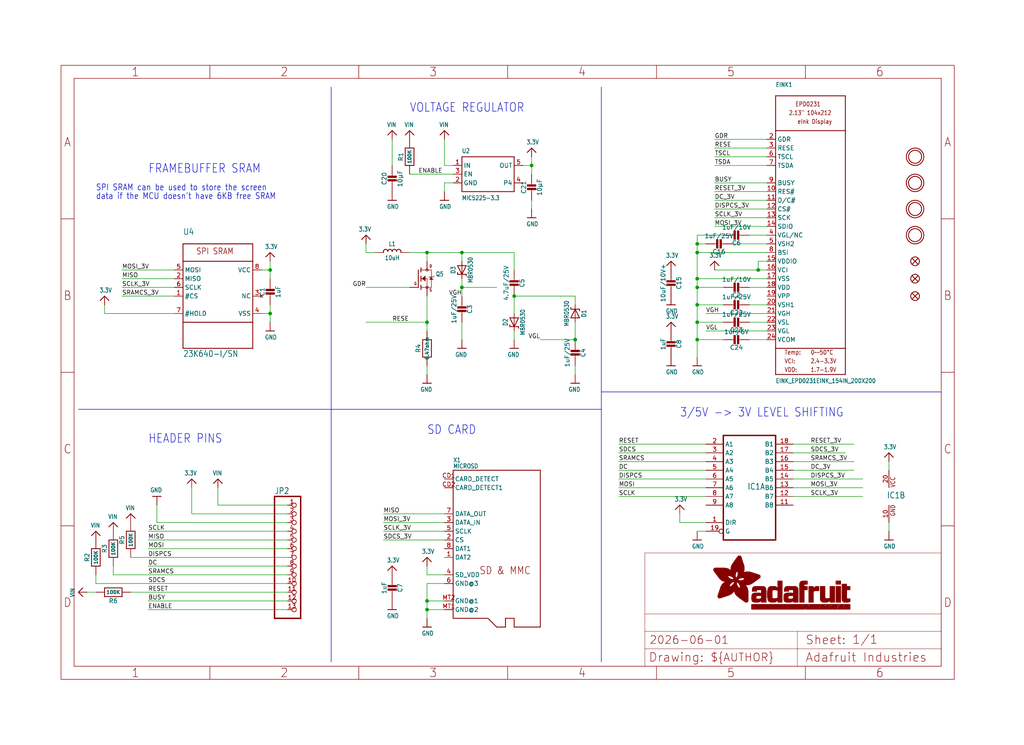
<source format=kicad_sch>
(kicad_sch (version 20230121) (generator eeschema)
  (paper "User" 298.45 217.322)
  (lib_symbols
    (symbol "working-eagle-import:3.3V" (power)
      (property "Value" "3.3V" (at -1.524 1.016 0))
      (symbol "3.3V_1_0"
        (pin power_in line (at 0 -2.54 90) (length 2.54) (name "3.3V") (number "1"))
      )
    )
    (symbol "working-eagle-import:74245TSSOP20"
      (property "Reference" "IC" (at -0.635 -0.635 0))
      (symbol "74245TSSOP20_1_0"
        (pin input line (at -12.7 -10.16 0) (length 5.08) (name "DIR") (number "1"))
        (pin bidirectional line (at 12.7 -5.08 180) (length 5.08) (name "B8") (number "11"))
        (pin bidirectional line (at 12.7 -2.54 180) (length 5.08) (name "B7") (number "12"))
        (pin bidirectional line (at 12.7 0 180) (length 5.08) (name "B6") (number "13"))
        (pin bidirectional line (at 12.7 2.54 180) (length 5.08) (name "B5") (number "14"))
        (pin bidirectional line (at 12.7 5.08 180) (length 5.08) (name "B4") (number "15"))
        (pin bidirectional line (at 12.7 7.62 180) (length 5.08) (name "B3") (number "16"))
        (pin bidirectional line (at 12.7 10.16 180) (length 5.08) (name "B2") (number "17"))
        (pin bidirectional line (at 12.7 12.7 180) (length 5.08) (name "B1") (number "18"))
        (pin input inverted (at -12.7 -12.7 0) (length 5.08) (name "G") (number "19"))
        (pin bidirectional line (at -12.7 12.7 0) (length 5.08) (name "A1") (number "2"))
        (pin bidirectional line (at -12.7 10.16 0) (length 5.08) (name "A2") (number "3"))
        (pin bidirectional line (at -12.7 7.62 0) (length 5.08) (name "A3") (number "4"))
        (pin bidirectional line (at -12.7 5.08 0) (length 5.08) (name "A4") (number "5"))
        (pin bidirectional line (at -12.7 2.54 0) (length 5.08) (name "A5") (number "6"))
        (pin bidirectional line (at -12.7 0 0) (length 5.08) (name "A6") (number "7"))
        (pin bidirectional line (at -12.7 -2.54 0) (length 5.08) (name "A7") (number "8"))
        (pin bidirectional line (at -12.7 -5.08 0) (length 5.08) (name "A8") (number "9"))
      )
      (symbol "74245TSSOP20_2_0"
        (text "GND" (at 1.905 -5.842 900) (effects (font (size 1.27 1.0795)) (justify left bottom)))
        (text "VCC" (at 1.905 2.54 900) (effects (font (size 1.27 1.0795)) (justify left bottom)))
        (pin power_in line (at 0 -7.62 90) (length 5.08) (name "GND") (number "10"))
        (pin power_in line (at 0 7.62 270) (length 5.08) (name "VCC") (number "20"))
      )
    )
    (symbol "working-eagle-import:CAP_CERAMIC0805-NOOUTLINE"
      (property "Reference" "C" (at -2.29 1.25 90))
      (symbol "CAP_CERAMIC0805-NOOUTLINE_1_0"
        (pin passive line (at 0 5.08 270) (length 2.54) (name "1") (number "1"))
        (pin passive line (at 0 -2.54 90) (length 2.54) (name "2") (number "2"))
      )
    )
    (symbol "working-eagle-import:CAP_CERAMIC0805_10MGAP"
      (property "Reference" "C" (at -2.29 1.25 90))
      (symbol "CAP_CERAMIC0805_10MGAP_1_0"
        (pin passive line (at 0 5.08 270) (length 2.54) (name "1") (number "1"))
        (pin passive line (at 0 -2.54 90) (length 2.54) (name "2") (number "2"))
      )
    )
    (symbol "working-eagle-import:DIODE-SCHOTTKYSOD-123"
      (property "Reference" "D" (at 0 2.54 0))
      (symbol "DIODE-SCHOTTKYSOD-123_1_0"
        (pin passive line (at -2.54 0 0) (length 2.54) (name "A") (number "A"))
        (pin passive line (at 2.54 0 180) (length 2.54) (name "C") (number "C"))
      )
    )
    (symbol "working-eagle-import:EINK_EPD0231EINK_154IN_200X200"
      (property "Reference" "EINK" (at -10.16 43.18 0))
      (symbol "EINK_EPD0231EINK_154IN_200X200_1_0"
        (text "0~~50°C" (at 0 -34.925 0) (effects (font (size 1.27 1.0795)) (justify left bottom)))
        (text "1.7-1.9V" (at 0 -40.005 0) (effects (font (size 1.27 1.0795)) (justify left bottom)))
        (text "2.13\" 104x212" (at -6.35 34.925 0) (effects (font (size 1.27 1.0795)) (justify left bottom)))
        (text "2.4-3.3V" (at 0 -37.465 0) (effects (font (size 1.27 1.0795)) (justify left bottom)))
        (text "eInk Display" (at -3.81 32.385 0) (effects (font (size 1.27 1.0795)) (justify left bottom)))
        (text "EPD0231" (at -4.445 37.465 0) (effects (font (size 1.27 1.0795)) (justify left bottom)))
        (text "Temp:" (at -7.62 -34.925 0) (effects (font (size 1.27 1.0795)) (justify left bottom)))
        (text "VCI:" (at -7.62 -37.465 0) (effects (font (size 1.27 1.0795)) (justify left bottom)))
        (text "VDD:" (at -7.62 -40.005 0) (effects (font (size 1.27 1.0795)) (justify left bottom)))
        (pin input line (at -12.7 12.7 0) (length 2.54) (name "RES#") (number "10"))
        (pin input line (at -12.7 10.16 0) (length 2.54) (name "D/C#") (number "11"))
        (pin input line (at -12.7 7.62 0) (length 2.54) (name "CS#") (number "12"))
        (pin bidirectional line (at -12.7 5.08 0) (length 2.54) (name "SCK") (number "13"))
        (pin bidirectional line (at -12.7 2.54 0) (length 2.54) (name "SDIO") (number "14"))
        (pin power_in line (at -12.7 -7.62 0) (length 2.54) (name "VDDIO") (number "15"))
        (pin power_in line (at -12.7 -10.16 0) (length 2.54) (name "VCI") (number "16"))
        (pin power_in line (at -12.7 -12.7 0) (length 2.54) (name "VSS") (number "17"))
        (pin passive line (at -12.7 -15.24 0) (length 2.54) (name "VDD") (number "18"))
        (pin passive line (at -12.7 -17.78 0) (length 2.54) (name "VPP") (number "19"))
        (pin output line (at -12.7 27.94 0) (length 2.54) (name "GDR") (number "2"))
        (pin passive line (at -12.7 -20.32 0) (length 2.54) (name "VSH1") (number "20"))
        (pin passive line (at -12.7 -22.86 0) (length 2.54) (name "VGH") (number "21"))
        (pin passive line (at -12.7 -25.4 0) (length 2.54) (name "VSL") (number "22"))
        (pin passive line (at -12.7 -27.94 0) (length 2.54) (name "VGL") (number "23"))
        (pin passive line (at -12.7 -30.48 0) (length 2.54) (name "VCOM") (number "24"))
        (pin input line (at -12.7 25.4 0) (length 2.54) (name "RESE") (number "3"))
        (pin bidirectional line (at -12.7 0 0) (length 2.54) (name "VGL/NC") (number "4"))
        (pin passive line (at -12.7 -2.54 0) (length 2.54) (name "VSH2") (number "5"))
        (pin output line (at -12.7 22.86 0) (length 2.54) (name "TSCL") (number "6"))
        (pin bidirectional line (at -12.7 20.32 0) (length 2.54) (name "TSDA") (number "7"))
        (pin input line (at -12.7 -5.08 0) (length 2.54) (name "BSI") (number "8"))
        (pin output line (at -12.7 15.24 0) (length 2.54) (name "BUSY") (number "9"))
      )
    )
    (symbol "working-eagle-import:FIDUCIAL_1MM")
    (symbol "working-eagle-import:FRAME_A4_ADAFRUIT"
      (symbol "FRAME_A4_ADAFRUIT_1_0"
        (text "${#}/${##}" (at 230.505 10.16 0) (effects (font (size 2.54 2.54)) (justify left bottom)))
        (text "${AUTHOR}" (at 189.23 5.08 0) (effects (font (size 2.286 2.286)) (justify left bottom)))
        (text "${CURRENT_DATE}" (at 171.45 10.16 0) (effects (font (size 2.286 2.286)) (justify left bottom)))
        (text "${PROJECTNAME}" (at 171.45 15.24 0) (effects (font (size 2.54 2.54)) (justify left bottom)))
        (text "1" (at 21.6958 1.905 0) (effects (font (size 2.54 2.286))))
        (text "1" (at 21.6958 177.165 0) (effects (font (size 2.54 2.286))))
        (text "2" (at 65.0875 1.905 0) (effects (font (size 2.54 2.286))))
        (text "2" (at 65.0875 177.165 0) (effects (font (size 2.54 2.286))))
        (text "3" (at 108.4792 1.905 0) (effects (font (size 2.54 2.286))))
        (text "3" (at 108.4792 177.165 0) (effects (font (size 2.54 2.286))))
        (text "4" (at 151.8708 1.905 0) (effects (font (size 2.54 2.286))))
        (text "4" (at 151.8708 177.165 0) (effects (font (size 2.54 2.286))))
        (text "5" (at 195.2625 1.905 0) (effects (font (size 2.54 2.286))))
        (text "5" (at 195.2625 177.165 0) (effects (font (size 2.54 2.286))))
        (text "6" (at 238.6542 1.905 0) (effects (font (size 2.54 2.286))))
        (text "6" (at 238.6542 177.165 0) (effects (font (size 2.54 2.286))))
        (text "A" (at 1.905 156.6863 0) (effects (font (size 2.54 2.286))))
        (text "A" (at 258.445 156.6863 0) (effects (font (size 2.54 2.286))))
        (text "Adafruit Industries" (at 216.916 4.953 0) (effects (font (size 2.54 2.54)) (justify left bottom)))
        (text "B" (at 1.905 111.9188 0) (effects (font (size 2.54 2.286))))
        (text "B" (at 258.445 111.9188 0) (effects (font (size 2.54 2.286))))
        (text "C" (at 1.905 67.1513 0) (effects (font (size 2.54 2.286))))
        (text "C" (at 258.445 67.1513 0) (effects (font (size 2.54 2.286))))
        (text "D" (at 1.905 22.3838 0) (effects (font (size 2.54 2.286))))
        (text "D" (at 258.445 22.3838 0) (effects (font (size 2.54 2.286))))
        (text "Drawing:" (at 171.196 4.953 0) (effects (font (size 2.54 2.54)) (justify left bottom)))
        (text "Sheet:" (at 216.916 10.033 0) (effects (font (size 2.54 2.54)) (justify left bottom)))
      )
    )
    (symbol "working-eagle-import:GND" (power)
      (property "Value" "GND" (at -1.524 -2.54 0))
      (symbol "GND_1_0"
        (pin power_in line (at 0 2.54 270) (length 2.54) (name "GND") (number "1"))
      )
    )
    (symbol "working-eagle-import:HEADER-1X13"
      (property "Reference" "JP" (at -6.35 18.415 0))
      (symbol "HEADER-1X13_1_0"
        (pin passive inverted (at -2.54 15.24 0) (length 2.54) (name "1") (number "1"))
        (pin passive inverted (at -2.54 -7.62 0) (length 2.54) (name "10") (number "10"))
        (pin passive inverted (at -2.54 -10.16 0) (length 2.54) (name "11") (number "11"))
        (pin passive inverted (at -2.54 -12.7 0) (length 2.54) (name "12") (number "12"))
        (pin passive inverted (at -2.54 -15.24 0) (length 2.54) (name "13") (number "13"))
        (pin passive inverted (at -2.54 12.7 0) (length 2.54) (name "2") (number "2"))
        (pin passive inverted (at -2.54 10.16 0) (length 2.54) (name "3") (number "3"))
        (pin passive inverted (at -2.54 7.62 0) (length 2.54) (name "4") (number "4"))
        (pin passive inverted (at -2.54 5.08 0) (length 2.54) (name "5") (number "5"))
        (pin passive inverted (at -2.54 2.54 0) (length 2.54) (name "6") (number "6"))
        (pin passive inverted (at -2.54 0 0) (length 2.54) (name "7") (number "7"))
        (pin passive inverted (at -2.54 -2.54 0) (length 2.54) (name "8") (number "8"))
        (pin passive inverted (at -2.54 -5.08 0) (length 2.54) (name "9") (number "9"))
      )
    )
    (symbol "working-eagle-import:INDUCTORNR401"
      (property "Reference" "L" (at 0 2.54 0))
      (symbol "INDUCTORNR401_1_0"
        (pin passive line (at -5.08 0 0) (length 2.54) (name "1") (number "P$1"))
        (pin passive line (at 5.08 0 180) (length 2.54) (name "2") (number "P$2"))
      )
    )
    (symbol "working-eagle-import:IRLML2060TRPBF"
      (property "Reference" "Q" (at 5.08 0.635 0))
      (symbol "IRLML2060TRPBF_1_0"
        (text "D" (at 3.175 3.175 0) (effects (font (size 0.8128 0.6908)) (justify left bottom)))
        (text "G" (at -1.27 -1.905 0) (effects (font (size 0.8128 0.6908)) (justify left bottom)))
        (text "S" (at 3.175 -3.81 0) (effects (font (size 0.8128 0.6908)) (justify left bottom)))
        (pin bidirectional line (at -2.54 -2.54 0) (length 2.54) (name "G") (number "1"))
        (pin bidirectional line (at 2.54 -5.08 90) (length 2.54) (name "S") (number "2"))
        (pin bidirectional line (at 2.54 5.08 270) (length 2.54) (name "D") (number "3"))
      )
    )
    (symbol "working-eagle-import:MICROSD"
      (property "Reference" "X" (at -12.7 22.606 0))
      (symbol "MICROSD_1_0"
        (text "SD & MMC" (at -5.08 -10.16 0) (effects (font (size 2.1844 1.8567)) (justify left bottom)))
        (pin bidirectional line (at -15.24 -5.08 0) (length 2.54) (name "DAT2") (number "1"))
        (pin input line (at -15.24 0 0) (length 2.54) (name "CS") (number "2"))
        (pin input line (at -15.24 5.08 0) (length 2.54) (name "DATA_IN") (number "3"))
        (pin power_in line (at -15.24 -10.16 0) (length 2.54) (name "SD_VDD") (number "4"))
        (pin input line (at -15.24 2.54 0) (length 2.54) (name "SCLK") (number "5"))
        (pin power_in line (at -15.24 -12.7 0) (length 2.54) (name "GND@3") (number "6"))
        (pin output line (at -15.24 7.62 0) (length 2.54) (name "DATA_OUT") (number "7"))
        (pin bidirectional line (at -15.24 -2.54 0) (length 2.54) (name "DAT1") (number "8"))
        (pin passive line (at -15.24 17.78 0) (length 2.54) (name "CARD_DETECT") (number "CD1"))
        (pin passive line (at -15.24 15.24 0) (length 2.54) (name "CARD_DETECT1") (number "CD2"))
        (pin power_in line (at -15.24 -20.32 0) (length 2.54) (name "GND@2") (number "MT1"))
        (pin power_in line (at -15.24 -17.78 0) (length 2.54) (name "GND@1") (number "MT2"))
      )
    )
    (symbol "working-eagle-import:MOUNTINGHOLE2.5")
    (symbol "working-eagle-import:RESISTOR0805_10MGAP"
      (property "Reference" "R" (at 0 2.54 0))
      (symbol "RESISTOR0805_10MGAP_1_0"
        (pin passive line (at -5.08 0 0) (length 2.54) (name "1") (number "1"))
        (pin passive line (at 5.08 0 180) (length 2.54) (name "2") (number "2"))
      )
    )
    (symbol "working-eagle-import:RESISTOR0805_NOOUTLINE"
      (property "Reference" "R" (at 0 2.54 0))
      (symbol "RESISTOR0805_NOOUTLINE_1_0"
        (pin passive line (at -5.08 0 0) (length 2.54) (name "1") (number "1"))
        (pin passive line (at 5.08 0 180) (length 2.54) (name "2") (number "2"))
      )
    )
    (symbol "working-eagle-import:SRAM_SPI_SOIC8"
      (property "Reference" "U" (at -10.16 17.78 0))
      (symbol "SRAM_SPI_SOIC8_1_0"
        (text "SPI SRAM" (at -6.35 12.065 0) (effects (font (size 1.778 1.5113)) (justify left bottom)))
        (pin input line (at -12.7 0 0) (length 2.54) (name "#CS") (number "1"))
        (pin output line (at -12.7 5.08 0) (length 2.54) (name "MISO") (number "2"))
        (pin no_connect line (at 12.7 0 180) (length 2.54) (name "NC") (number "3"))
        (pin power_in line (at 12.7 -5.08 180) (length 2.54) (name "VSS") (number "4"))
        (pin input line (at -12.7 7.62 0) (length 2.54) (name "MOSI") (number "5"))
        (pin input line (at -12.7 2.54 0) (length 2.54) (name "SCLK") (number "6"))
        (pin input line (at -12.7 -5.08 0) (length 2.54) (name "#HOLD") (number "7"))
        (pin power_in line (at 12.7 7.62 180) (length 2.54) (name "VCC") (number "8"))
      )
    )
    (symbol "working-eagle-import:VIN" (power)
      (property "Value" "VIN" (at -1.524 1.016 0))
      (symbol "VIN_1_0"
        (pin power_in line (at 0 -2.54 90) (length 2.54) (name "VIN") (number "1"))
      )
    )
    (symbol "working-eagle-import:VREG_SOT23-5"
      (property "Reference" "U" (at -7.62 6.096 0))
      (symbol "VREG_SOT23-5_1_0"
        (pin power_in line (at -10.16 2.54 0) (length 2.54) (name "IN") (number "1"))
        (pin power_in line (at -10.16 -2.54 0) (length 2.54) (name "GND") (number "2"))
        (pin input line (at -10.16 0 0) (length 2.54) (name "EN") (number "3"))
        (pin bidirectional line (at 10.16 -2.54 180) (length 2.54) (name "P4") (number "4"))
        (pin power_in line (at 10.16 2.54 180) (length 2.54) (name "OUT") (number "5"))
      )
    )
  )
  (junction (at 167.64 99.06))
  (junction (at 203.2 71.12))
  (junction (at 154.94 48.26))
  (junction (at 78.74 78.74))
  (junction (at 149.86 86.36))
  (junction (at 134.62 83.82))
  (junction (at 203.2 93.98))
  (junction (at 203.2 73.66))
  (junction (at 134.62 73.66))
  (junction (at 124.46 177.8))
  (junction (at 203.2 99.06))
  (junction (at 203.2 81.28))
  (junction (at 203.2 88.9))
  (junction (at 203.2 83.82))
  (junction (at 78.74 91.44))
  (junction (at 124.46 73.66))
  (junction (at 124.46 93.98))
  (junction (at 124.46 175.26))
  (junction (at 220.98 78.74))
  (wire (pts (xy 83.82 170.18) (xy 27.94 170.18)) (stroke (width 0.1524)))
  (wire (pts (xy 203.2 83.82) (xy 203.2 81.28)) (stroke (width 0.1524)))
  (wire (pts (xy 76.2 91.44) (xy 78.74 91.44)) (stroke (width 0.1524)))
  (wire (pts (xy 231.14 132.08) (xy 246.38 132.08)) (stroke (width 0.1524)))
  (wire (pts (xy 124.46 109.22) (xy 124.46 106.68)) (stroke (width 0.1524)))
  (wire (pts (xy 223.52 66.04) (xy 208.28 66.04)) (stroke (width 0.1524)))
  (wire (pts (xy 208.28 45.72) (xy 223.52 45.72)) (stroke (width 0.1524)))
  (wire (pts (xy 208.28 55.88) (xy 223.52 55.88)) (stroke (width 0.1524)))
  (wire (pts (xy 220.98 78.74) (xy 208.28 78.74)) (stroke (width 0.1524)))
  (wire (pts (xy 203.2 99.06) (xy 203.2 93.98)) (stroke (width 0.1524)))
  (wire (pts (xy 218.44 99.06) (xy 223.52 99.06)) (stroke (width 0.1524)))
  (wire (pts (xy 231.14 129.54) (xy 248.92 129.54)) (stroke (width 0.1524)))
  (wire (pts (xy 132.08 53.34) (xy 129.54 53.34)) (stroke (width 0.1524)))
  (wire (pts (xy 223.52 91.44) (xy 205.74 91.44)) (stroke (width 0.1524)))
  (wire (pts (xy 154.94 48.26) (xy 154.94 50.8)) (stroke (width 0.1524)))
  (wire (pts (xy 198.12 152.4) (xy 198.12 149.86)) (stroke (width 0.1524)))
  (wire (pts (xy 63.5 147.32) (xy 83.82 147.32)) (stroke (width 0.1524)))
  (wire (pts (xy 78.74 78.74) (xy 78.74 76.2)) (stroke (width 0.1524)))
  (wire (pts (xy 83.82 157.48) (xy 43.18 157.48)) (stroke (width 0.1524)))
  (wire (pts (xy 180.34 144.78) (xy 205.74 144.78)) (stroke (width 0.1524)))
  (wire (pts (xy 208.28 63.5) (xy 223.52 63.5)) (stroke (width 0.1524)))
  (wire (pts (xy 167.64 99.06) (xy 167.64 93.98)) (stroke (width 0.1524)))
  (wire (pts (xy 157.48 99.06) (xy 167.64 99.06)) (stroke (width 0.1524)))
  (wire (pts (xy 180.34 139.7) (xy 205.74 139.7)) (stroke (width 0.1524)))
  (wire (pts (xy 231.14 134.62) (xy 248.92 134.62)) (stroke (width 0.1524)))
  (wire (pts (xy 208.28 43.18) (xy 223.52 43.18)) (stroke (width 0.1524)))
  (wire (pts (xy 83.82 177.8) (xy 43.18 177.8)) (stroke (width 0.1524)))
  (wire (pts (xy 78.74 88.9) (xy 78.74 91.44)) (stroke (width 0.1524)))
  (wire (pts (xy 259.08 154.94) (xy 259.08 152.4)) (stroke (width 0.1524)))
  (wire (pts (xy 223.52 96.52) (xy 205.74 96.52)) (stroke (width 0.1524)))
  (wire (pts (xy 83.82 167.64) (xy 33.02 167.64)) (stroke (width 0.1524)))
  (wire (pts (xy 76.2 78.74) (xy 78.74 78.74)) (stroke (width 0.1524)))
  (wire (pts (xy 210.82 93.98) (xy 203.2 93.98)) (stroke (width 0.1524)))
  (wire (pts (xy 45.72 152.4) (xy 83.82 152.4)) (stroke (width 0.1524)))
  (wire (pts (xy 43.18 175.26) (xy 83.82 175.26)) (stroke (width 0.1524)))
  (wire (pts (xy 124.46 167.64) (xy 124.46 165.1)) (stroke (width 0.1524)))
  (wire (pts (xy 231.14 137.16) (xy 248.92 137.16)) (stroke (width 0.1524)))
  (wire (pts (xy 111.76 154.94) (xy 129.54 154.94)) (stroke (width 0.1524)))
  (wire (pts (xy 203.2 88.9) (xy 203.2 83.82)) (stroke (width 0.1524)))
  (wire (pts (xy 50.8 81.28) (xy 35.56 81.28)) (stroke (width 0.1524)))
  (wire (pts (xy 223.52 53.34) (xy 208.28 53.34)) (stroke (width 0.1524)))
  (wire (pts (xy 223.52 68.58) (xy 218.44 68.58)) (stroke (width 0.1524)))
  (wire (pts (xy 114.3 40.64) (xy 114.3 48.26)) (stroke (width 0.1524)))
  (wire (pts (xy 124.46 76.2) (xy 124.46 73.66)) (stroke (width 0.1524)))
  (wire (pts (xy 154.94 58.42) (xy 154.94 60.96)) (stroke (width 0.1524)))
  (wire (pts (xy 78.74 78.74) (xy 78.74 81.28)) (stroke (width 0.1524)))
  (wire (pts (xy 132.08 50.8) (xy 119.38 50.8)) (stroke (width 0.1524)))
  (wire (pts (xy 152.4 48.26) (xy 154.94 48.26)) (stroke (width 0.1524)))
  (wire (pts (xy 223.52 40.64) (xy 208.28 40.64)) (stroke (width 0.1524)))
  (wire (pts (xy 129.54 157.48) (xy 111.76 157.48)) (stroke (width 0.1524)))
  (wire (pts (xy 154.94 48.26) (xy 154.94 45.72)) (stroke (width 0.1524)))
  (wire (pts (xy 259.08 134.62) (xy 259.08 137.16)) (stroke (width 0.1524)))
  (polyline (pts (xy 96.52 119.38) (xy 96.52 193.04)) (stroke (width 0.1524) (type solid)))
  (wire (pts (xy 149.86 73.66) (xy 149.86 78.74)) (stroke (width 0.1524)))
  (wire (pts (xy 203.2 71.12) (xy 205.74 71.12)) (stroke (width 0.1524)))
  (wire (pts (xy 205.74 137.16) (xy 180.34 137.16)) (stroke (width 0.1524)))
  (polyline (pts (xy 22.86 119.38) (xy 96.52 119.38)) (stroke (width 0.1524) (type solid)))
  (wire (pts (xy 106.68 71.12) (xy 106.68 73.66)) (stroke (width 0.1524)))
  (wire (pts (xy 223.52 71.12) (xy 213.36 71.12)) (stroke (width 0.1524)))
  (wire (pts (xy 203.2 154.94) (xy 205.74 154.94)) (stroke (width 0.1524)))
  (wire (pts (xy 218.44 93.98) (xy 223.52 93.98)) (stroke (width 0.1524)))
  (wire (pts (xy 149.86 91.44) (xy 149.86 86.36)) (stroke (width 0.1524)))
  (wire (pts (xy 203.2 73.66) (xy 203.2 71.12)) (stroke (width 0.1524)))
  (wire (pts (xy 210.82 68.58) (xy 203.2 68.58)) (stroke (width 0.1524)))
  (wire (pts (xy 132.08 48.26) (xy 129.54 48.26)) (stroke (width 0.1524)))
  (wire (pts (xy 205.74 132.08) (xy 180.34 132.08)) (stroke (width 0.1524)))
  (polyline (pts (xy 175.26 114.3) (xy 175.26 119.38)) (stroke (width 0.1524) (type solid)))
  (wire (pts (xy 167.64 86.36) (xy 149.86 86.36)) (stroke (width 0.1524)))
  (wire (pts (xy 134.62 73.66) (xy 149.86 73.66)) (stroke (width 0.1524)))
  (wire (pts (xy 231.14 142.24) (xy 251.46 142.24)) (stroke (width 0.1524)))
  (wire (pts (xy 231.14 139.7) (xy 251.46 139.7)) (stroke (width 0.1524)))
  (wire (pts (xy 167.64 109.22) (xy 167.64 106.68)) (stroke (width 0.1524)))
  (wire (pts (xy 203.2 93.98) (xy 203.2 88.9)) (stroke (width 0.1524)))
  (wire (pts (xy 167.64 88.9) (xy 167.64 86.36)) (stroke (width 0.1524)))
  (wire (pts (xy 134.62 81.28) (xy 134.62 83.82)) (stroke (width 0.1524)))
  (wire (pts (xy 205.74 129.54) (xy 180.34 129.54)) (stroke (width 0.1524)))
  (wire (pts (xy 210.82 99.06) (xy 203.2 99.06)) (stroke (width 0.1524)))
  (wire (pts (xy 134.62 73.66) (xy 134.62 76.2)) (stroke (width 0.1524)))
  (wire (pts (xy 210.82 83.82) (xy 203.2 83.82)) (stroke (width 0.1524)))
  (wire (pts (xy 124.46 73.66) (xy 134.62 73.66)) (stroke (width 0.1524)))
  (wire (pts (xy 78.74 91.44) (xy 78.74 93.98)) (stroke (width 0.1524)))
  (wire (pts (xy 50.8 91.44) (xy 30.48 91.44)) (stroke (width 0.1524)))
  (wire (pts (xy 124.46 86.36) (xy 124.46 93.98)) (stroke (width 0.1524)))
  (wire (pts (xy 203.2 68.58) (xy 203.2 71.12)) (stroke (width 0.1524)))
  (wire (pts (xy 124.46 170.18) (xy 124.46 175.26)) (stroke (width 0.1524)))
  (wire (pts (xy 129.54 175.26) (xy 124.46 175.26)) (stroke (width 0.1524)))
  (wire (pts (xy 129.54 170.18) (xy 124.46 170.18)) (stroke (width 0.1524)))
  (wire (pts (xy 205.74 152.4) (xy 198.12 152.4)) (stroke (width 0.1524)))
  (wire (pts (xy 124.46 96.52) (xy 124.46 93.98)) (stroke (width 0.1524)))
  (wire (pts (xy 111.76 152.4) (xy 129.54 152.4)) (stroke (width 0.1524)))
  (wire (pts (xy 63.5 147.32) (xy 63.5 142.24)) (stroke (width 0.1524)))
  (wire (pts (xy 106.68 83.82) (xy 119.38 83.82)) (stroke (width 0.1524)))
  (wire (pts (xy 205.74 142.24) (xy 180.34 142.24)) (stroke (width 0.1524)))
  (wire (pts (xy 83.82 154.94) (xy 43.18 154.94)) (stroke (width 0.1524)))
  (wire (pts (xy 43.18 165.1) (xy 83.82 165.1)) (stroke (width 0.1524)))
  (wire (pts (xy 205.74 134.62) (xy 180.34 134.62)) (stroke (width 0.1524)))
  (wire (pts (xy 129.54 149.86) (xy 111.76 149.86)) (stroke (width 0.1524)))
  (wire (pts (xy 208.28 48.26) (xy 223.52 48.26)) (stroke (width 0.1524)))
  (wire (pts (xy 35.56 83.82) (xy 50.8 83.82)) (stroke (width 0.1524)))
  (wire (pts (xy 83.82 160.02) (xy 43.18 160.02)) (stroke (width 0.1524)))
  (wire (pts (xy 124.46 73.66) (xy 119.38 73.66)) (stroke (width 0.1524)))
  (wire (pts (xy 129.54 53.34) (xy 129.54 55.88)) (stroke (width 0.1524)))
  (polyline (pts (xy 175.26 114.3) (xy 274.32 114.3)) (stroke (width 0.1524) (type solid)))
  (wire (pts (xy 45.72 147.32) (xy 45.72 152.4)) (stroke (width 0.1524)))
  (wire (pts (xy 203.2 104.14) (xy 203.2 99.06)) (stroke (width 0.1524)))
  (wire (pts (xy 223.52 58.42) (xy 208.28 58.42)) (stroke (width 0.1524)))
  (wire (pts (xy 208.28 60.96) (xy 223.52 60.96)) (stroke (width 0.1524)))
  (wire (pts (xy 134.62 86.36) (xy 134.62 83.82)) (stroke (width 0.1524)))
  (wire (pts (xy 38.1 172.72) (xy 83.82 172.72)) (stroke (width 0.1524)))
  (wire (pts (xy 106.68 73.66) (xy 109.22 73.66)) (stroke (width 0.1524)))
  (wire (pts (xy 55.88 149.86) (xy 55.88 142.24)) (stroke (width 0.1524)))
  (wire (pts (xy 149.86 96.52) (xy 149.86 99.06)) (stroke (width 0.1524)))
  (polyline (pts (xy 96.52 25.4) (xy 96.52 119.38)) (stroke (width 0.1524) (type solid)))
  (wire (pts (xy 27.94 172.72) (xy 25.4 172.72)) (stroke (width 0.1524)))
  (wire (pts (xy 223.52 81.28) (xy 203.2 81.28)) (stroke (width 0.1524)))
  (wire (pts (xy 210.82 88.9) (xy 203.2 88.9)) (stroke (width 0.1524)))
  (wire (pts (xy 129.54 48.26) (xy 129.54 40.64)) (stroke (width 0.1524)))
  (wire (pts (xy 124.46 177.8) (xy 124.46 180.34)) (stroke (width 0.1524)))
  (wire (pts (xy 231.14 144.78) (xy 251.46 144.78)) (stroke (width 0.1524)))
  (wire (pts (xy 83.82 149.86) (xy 55.88 149.86)) (stroke (width 0.1524)))
  (polyline (pts (xy 175.26 119.38) (xy 175.26 193.04)) (stroke (width 0.1524) (type solid)))
  (wire (pts (xy 218.44 88.9) (xy 223.52 88.9)) (stroke (width 0.1524)))
  (wire (pts (xy 129.54 167.64) (xy 124.46 167.64)) (stroke (width 0.1524)))
  (wire (pts (xy 223.52 83.82) (xy 218.44 83.82)) (stroke (width 0.1524)))
  (polyline (pts (xy 96.52 119.38) (xy 175.26 119.38)) (stroke (width 0.1524) (type solid)))
  (polyline (pts (xy 175.26 25.4) (xy 175.26 114.3)) (stroke (width 0.1524) (type solid)))
  (wire (pts (xy 129.54 177.8) (xy 124.46 177.8)) (stroke (width 0.1524)))
  (wire (pts (xy 30.48 91.44) (xy 30.48 88.9)) (stroke (width 0.1524)))
  (wire (pts (xy 124.46 93.98) (xy 106.68 93.98)) (stroke (width 0.1524)))
  (wire (pts (xy 144.78 83.82) (xy 134.62 83.82)) (stroke (width 0.1524)))
  (wire (pts (xy 27.94 170.18) (xy 27.94 167.64)) (stroke (width 0.1524)))
  (wire (pts (xy 134.62 93.98) (xy 134.62 99.06)) (stroke (width 0.1524)))
  (wire (pts (xy 220.98 78.74) (xy 223.52 78.74)) (stroke (width 0.1524)))
  (wire (pts (xy 203.2 81.28) (xy 203.2 73.66)) (stroke (width 0.1524)))
  (wire (pts (xy 33.02 167.64) (xy 33.02 165.1)) (stroke (width 0.1524)))
  (wire (pts (xy 223.52 73.66) (xy 203.2 73.66)) (stroke (width 0.1524)))
  (wire (pts (xy 220.98 76.2) (xy 220.98 78.74)) (stroke (width 0.1524)))
  (wire (pts (xy 124.46 175.26) (xy 124.46 177.8)) (stroke (width 0.1524)))
  (wire (pts (xy 35.56 86.36) (xy 50.8 86.36)) (stroke (width 0.1524)))
  (wire (pts (xy 223.52 76.2) (xy 220.98 76.2)) (stroke (width 0.1524)))
  (wire (pts (xy 35.56 78.74) (xy 50.8 78.74)) (stroke (width 0.1524)))
  (wire (pts (xy 83.82 162.56) (xy 38.1 162.56)) (stroke (width 0.1524)))
  (text "3/5V -> 3V LEVEL SHIFTING" (at 198.12 121.92 0) (effects (font (size 2.54 2.159)) (justify left bottom)))
  (text "VOLTAGE REGULATOR" (at 119.38 33.02 0) (effects (font (size 2.54 2.159)) (justify left bottom)))
  (text "SPI SRAM can be used to store the screen" (at 27.94 55.88 0) (effects (font (size 1.778 1.5113)) (justify left bottom)))
  (text "HEADER PINS" (at 43.18 129.54 0) (effects (font (size 2.54 2.159)) (justify left bottom)))
  (text "SD CARD" (at 124.46 127 0) (effects (font (size 2.54 2.159)) (justify left bottom)))
  (text "data if the MCU doesn't have 6KB free SRAM" (at 27.94 58.42 0) (effects (font (size 1.778 1.5113)) (justify left bottom)))
  (text "FRAMEBUFFER SRAM" (at 43.18 50.8 0) (effects (font (size 2.54 2.159)) (justify left bottom)))
  (label "RESE" (at 114.3 93.98 0) (effects (font (size 1.2446 1.2446))))
  (label "DC" (at 43.18 165.1 0) (effects (font (size 1.2446 1.2446))))
  (label "SDCS_3V" (at 111.76 157.48 0) (effects (font (size 1.2446 1.2446))))
  (label "RESET_3V" (at 208.28 55.88 0) (effects (font (size 1.2446 1.2446))))
  (label "MISO" (at 35.56 81.28 0) (effects (font (size 1.2446 1.2446))))
  (label "SDCS_3V" (at 236.22 132.08 0) (effects (font (size 1.2446 1.2446))))
  (label "RESET_3V" (at 236.22 129.54 0) (effects (font (size 1.2446 1.2446))))
  (label "DISPCS_3V" (at 236.22 139.7 0) (effects (font (size 1.2446 1.2446))))
  (label "TSCL" (at 208.28 45.72 0) (effects (font (size 1.2446 1.2446))))
  (label "GDR" (at 106.68 83.82 180) (effects (font (size 1.2446 1.2446))))
  (label "MOSI_3V" (at 111.76 152.4 0) (effects (font (size 1.2446 1.2446))))
  (label "BUSY" (at 43.18 175.26 0) (effects (font (size 1.2446 1.2446))))
  (label "MOSI" (at 180.34 142.24 0) (effects (font (size 1.2446 1.2446))))
  (label "SRAMCS" (at 43.18 167.64 0) (effects (font (size 1.2446 1.2446))))
  (label "SCLK_3V" (at 208.28 63.5 0) (effects (font (size 1.2446 1.2446))))
  (label "SDCS" (at 43.18 170.18 0) (effects (font (size 1.2446 1.2446))))
  (label "SRAMCS_3V" (at 236.22 134.62 0) (effects (font (size 1.2446 1.2446))))
  (label "SCLK_3V" (at 35.56 83.82 0) (effects (font (size 1.2446 1.2446))))
  (label "MISO" (at 43.18 157.48 0) (effects (font (size 1.2446 1.2446))))
  (label "MOSI" (at 43.18 160.02 0) (effects (font (size 1.2446 1.2446))))
  (label "TSDA" (at 208.28 48.26 0) (effects (font (size 1.2446 1.2446))))
  (label "DISPCS_3V" (at 208.28 60.96 0) (effects (font (size 1.2446 1.2446))))
  (label "SCLK_3V" (at 111.76 154.94 0) (effects (font (size 1.2446 1.2446))))
  (label "BUSY" (at 208.28 53.34 0) (effects (font (size 1.2446 1.2446))))
  (label "RESET" (at 180.34 129.54 0) (effects (font (size 1.2446 1.2446))))
  (label "SCLK_3V" (at 236.22 144.78 0) (effects (font (size 1.2446 1.2446))))
  (label "ENABLE" (at 121.92 50.8 0) (effects (font (size 1.2446 1.2446))))
  (label "DC_3V" (at 236.22 137.16 0) (effects (font (size 1.2446 1.2446))))
  (label "DC_3V" (at 208.28 58.42 0) (effects (font (size 1.2446 1.2446))))
  (label "GDR" (at 208.28 40.64 0) (effects (font (size 1.2446 1.2446))))
  (label "VGH" (at 205.74 91.44 0) (effects (font (size 1.2446 1.2446))))
  (label "SRAMCS" (at 180.34 134.62 0) (effects (font (size 1.2446 1.2446))))
  (label "DISPCS" (at 180.34 139.7 0) (effects (font (size 1.2446 1.2446))))
  (label "VGL" (at 157.48 99.06 180) (effects (font (size 1.2446 1.2446))))
  (label "RESET" (at 43.18 172.72 0) (effects (font (size 1.2446 1.2446))))
  (label "ENABLE" (at 43.18 177.8 0) (effects (font (size 1.2446 1.2446))))
  (label "MOSI_3V" (at 208.28 66.04 0) (effects (font (size 1.2446 1.2446))))
  (label "VGL" (at 205.74 96.52 0) (effects (font (size 1.2446 1.2446))))
  (label "DISPCS" (at 43.18 162.56 0) (effects (font (size 1.2446 1.2446))))
  (label "SRAMCS_3V" (at 35.56 86.36 0) (effects (font (size 1.2446 1.2446))))
  (label "MISO" (at 111.76 149.86 0) (effects (font (size 1.2446 1.2446))))
  (label "SDCS" (at 180.34 132.08 0) (effects (font (size 1.2446 1.2446))))
  (label "DC" (at 180.34 137.16 0) (effects (font (size 1.2446 1.2446))))
  (label "SCLK" (at 43.18 154.94 0) (effects (font (size 1.2446 1.2446))))
  (label "VGH" (at 134.62 86.36 180) (effects (font (size 1.2446 1.2446))))
  (label "RESE" (at 208.28 43.18 0) (effects (font (size 1.2446 1.2446))))
  (label "MOSI_3V" (at 35.56 78.74 0) (effects (font (size 1.2446 1.2446))))
  (label "SCLK" (at 180.34 144.78 0) (effects (font (size 1.2446 1.2446))))
  (label "MOSI_3V" (at 236.22 142.24 0) (effects (font (size 1.2446 1.2446))))
  (symbol (lib_id "working-eagle-import:3.3V") (at 78.74 73.66 0) (unit 1)
    (property "Reference" "#U$12" (effects hide))
    (property "Value" "3.3V" (at 77.216 72.644 0) (effects (font (size 1.27 1.0795)) (justify left bottom)))
  )
  (symbol (lib_id "working-eagle-import:3.3V") (at 106.68 68.58 0) (mirror y) (unit 1)
    (property "Reference" "#U$13" (effects hide))
    (property "Value" "3.3V" (at 108.204 67.564 0) (effects (font (size 1.27 1.0795)) (justify left bottom)))
  )
  (symbol (lib_id "working-eagle-import:3.3V") (at 55.88 139.7 0) (mirror y) (unit 1)
    (property "Reference" "#U$27" (effects hide))
    (property "Value" "3.3V" (at 57.404 138.684 0) (effects (font (size 1.27 1.0795)) (justify left bottom)))
  )
  (symbol (lib_id "working-eagle-import:CAP_CERAMIC0805-NOOUTLINE") (at 149.86 83.82 0) (mirror y) (unit 1)
    (property "Reference" "C5" (at 152.15 82.57 90))
    (property "Value" "4.7uF/25V" (at 147.56 82.57 90))
    (property "Footprint" "working:0805-NO" (effects hide))
  )
  (symbol (lib_id "working-eagle-import:74245TSSOP20") (at 259.08 144.78 0) (unit 2)
    (property "Reference" "IC1" (at 258.445 145.415 0) (effects (font (size 1.778 1.5113)) (justify left bottom)))
    (property "Value" "74245TSSOP20" (effects hide))
    (property "Footprint" "working:TSSOP20" (effects hide))
  )
  (symbol (lib_id "working-eagle-import:CAP_CERAMIC0805-NOOUTLINE") (at 154.94 55.88 0) (unit 1)
    (property "Reference" "C21" (at 152.65 54.63 90))
    (property "Value" "10µF" (at 157.24 54.63 90))
    (property "Footprint" "working:0805-NO" (effects hide))
  )
  (symbol (lib_id "working-eagle-import:GND") (at 124.46 182.88 0) (unit 1)
    (property "Reference" "#U$32" (effects hide))
    (property "Value" "GND" (at 122.936 185.42 0) (effects (font (size 1.27 1.0795)) (justify left bottom)))
  )
  (symbol (lib_id "working-eagle-import:3.3V") (at 30.48 86.36 0) (unit 1)
    (property "Reference" "#U$26" (effects hide))
    (property "Value" "3.3V" (at 28.956 85.344 0) (effects (font (size 1.27 1.0795)) (justify left bottom)))
  )
  (symbol (lib_id "working-eagle-import:RESISTOR0805_NOOUTLINE") (at 33.02 160.02 90) (unit 1)
    (property "Reference" "R3" (at 30.48 160.02 0))
    (property "Value" "100K" (at 33.02 160.02 0) (effects (font (size 1.016 1.016) bold)))
    (property "Footprint" "working:0805-NO" (effects hide))
  )
  (symbol (lib_id "working-eagle-import:FIDUCIAL_1MM") (at 266.7 81.28 90) (unit 1)
    (property "Reference" "FID1" (effects hide))
    (property "Value" "FIDUCIAL_1MM" (effects hide))
    (property "Footprint" "working:FIDUCIAL_1MM" (effects hide))
  )
  (symbol (lib_id "working-eagle-import:FRAME_A4_ADAFRUIT") (at 17.78 198.12 0) (unit 1)
    (property "Reference" "#U$43" (effects hide))
    (property "Value" "FRAME_A4_ADAFRUIT" (effects hide))
  )
  (symbol (lib_id "working-eagle-import:INDUCTORNR401") (at 114.3 73.66 0) (mirror y) (unit 1)
    (property "Reference" "L1" (at 114.3 71.12 0) (effects (font (size 1.27 1.0795))))
    (property "Value" "10uH" (at 114.3 75.2 0) (effects (font (size 1.27 1.0795))))
    (property "Footprint" "working:INDUCTOR_4X4MM_NR401" (effects hide))
  )
  (symbol (lib_id "working-eagle-import:IRLML2060TRPBF") (at 121.92 81.28 0) (unit 1)
    (property "Reference" "Q5" (at 127 80.645 0) (effects (font (size 1.27 1.0795)) (justify left bottom)))
    (property "Value" "IRLML2060TRPBF" (effects hide))
    (property "Footprint" "working:SOT23-3" (effects hide))
  )
  (symbol (lib_id "working-eagle-import:EINK_EPD0231EINK_154IN_200X200") (at 236.22 68.58 0) (unit 1)
    (property "Reference" "EINK1" (at 226.06 25.4 0) (effects (font (size 1.27 1.0795)) (justify left bottom)))
    (property "Value" "EINK_EPD0231EINK_154IN_200X200" (at 226.06 111.76 0) (effects (font (size 1.27 1.0795)) (justify left bottom)))
    (property "Footprint" "working:EINK_154IN" (effects hide))
  )
  (symbol (lib_id "working-eagle-import:GND") (at 167.64 111.76 0) (mirror y) (unit 1)
    (property "Reference" "#U$7" (effects hide))
    (property "Value" "GND" (at 169.164 114.3 0) (effects (font (size 1.27 1.0795)) (justify left bottom)))
  )
  (symbol (lib_id "working-eagle-import:FIDUCIAL_1MM") (at 266.7 76.2 90) (unit 1)
    (property "Reference" "FID2" (effects hide))
    (property "Value" "FIDUCIAL_1MM" (effects hide))
    (property "Footprint" "working:FIDUCIAL_1MM" (effects hide))
  )
  (symbol (lib_id "working-eagle-import:VIN") (at 63.5 139.7 0) (unit 1)
    (property "Reference" "#U$8" (effects hide))
    (property "Value" "VIN" (at 61.976 138.684 0) (effects (font (size 1.27 1.0795)) (justify left bottom)))
  )
  (symbol (lib_id "working-eagle-import:VIN") (at 27.94 154.94 0) (unit 1)
    (property "Reference" "#U$33" (effects hide))
    (property "Value" "VIN" (at 26.416 153.924 0) (effects (font (size 1.27 1.0795)) (justify left bottom)))
  )
  (symbol (lib_id "working-eagle-import:3.3V") (at 114.3 165.1 0) (unit 1)
    (property "Reference" "#U$40" (effects hide))
    (property "Value" "3.3V" (at 112.776 164.084 0) (effects (font (size 1.27 1.0795)) (justify left bottom)))
  )
  (symbol (lib_id "working-eagle-import:DIODE-SCHOTTKYSOD-123") (at 149.86 93.98 90) (mirror x) (unit 1)
    (property "Reference" "D2" (at 147.32 93.98 0) (effects (font (size 1.27 1.0795))))
    (property "Value" "MBR0530" (at 152.36 93.98 0) (effects (font (size 1.27 1.0795))))
    (property "Footprint" "working:SOD-123" (effects hide))
  )
  (symbol (lib_id "working-eagle-import:GND") (at 124.46 111.76 0) (mirror y) (unit 1)
    (property "Reference" "#U$10" (effects hide))
    (property "Value" "GND" (at 125.984 114.3 0) (effects (font (size 1.27 1.0795)) (justify left bottom)))
  )
  (symbol (lib_id "working-eagle-import:SRAM_SPI_SOIC8") (at 63.5 86.36 0) (unit 1)
    (property "Reference" "U4" (at 53.34 68.58 0) (effects (font (size 1.778 1.5113)) (justify left bottom)))
    (property "Value" "23K640-I/SN" (at 53.34 104.14 0) (effects (font (size 1.778 1.5113)) (justify left bottom)))
    (property "Footprint" "working:SOIC8_150MIL" (effects hide))
  )
  (symbol (lib_id "working-eagle-import:RESISTOR0805_NOOUTLINE") (at 119.38 45.72 90) (unit 1)
    (property "Reference" "R1" (at 116.84 45.72 0))
    (property "Value" "100K" (at 119.38 45.72 0) (effects (font (size 1.016 1.016) bold)))
    (property "Footprint" "working:0805-NO" (effects hide))
  )
  (symbol (lib_id "working-eagle-import:RESISTOR0805_10MGAP") (at 124.46 101.6 90) (mirror x) (unit 1)
    (property "Reference" "R4" (at 121.92 101.6 0))
    (property "Value" "0.47ohm" (at 124.46 101.6 0) (effects (font (size 1.016 1.016) bold)))
    (property "Footprint" "working:0805_10MGAP" (effects hide))
  )
  (symbol (lib_id "working-eagle-import:RESISTOR0805_NOOUTLINE") (at 27.94 162.56 90) (unit 1)
    (property "Reference" "R2" (at 25.4 162.56 0))
    (property "Value" "100K" (at 27.94 162.56 0) (effects (font (size 1.016 1.016) bold)))
    (property "Footprint" "working:0805-NO" (effects hide))
  )
  (symbol (lib_id "working-eagle-import:3.3V") (at 154.94 43.18 0) (unit 1)
    (property "Reference" "#U$20" (effects hide))
    (property "Value" "3.3V" (at 153.416 42.164 0) (effects (font (size 1.27 1.0795)) (justify left bottom)))
  )
  (symbol (lib_id "working-eagle-import:GND") (at 114.3 177.8 0) (unit 1)
    (property "Reference" "#U$39" (effects hide))
    (property "Value" "GND" (at 112.776 180.34 0) (effects (font (size 1.27 1.0795)) (justify left bottom)))
  )
  (symbol (lib_id "working-eagle-import:VIN") (at 38.1 149.86 0) (unit 1)
    (property "Reference" "#U$18" (effects hide))
    (property "Value" "VIN" (at 36.576 148.844 0) (effects (font (size 1.27 1.0795)) (justify left bottom)))
  )
  (symbol (lib_id "working-eagle-import:GND") (at 203.2 157.48 0) (unit 1)
    (property "Reference" "#U$1" (effects hide))
    (property "Value" "GND" (at 201.676 160.02 0) (effects (font (size 1.27 1.0795)) (justify left bottom)))
  )
  (symbol (lib_id "working-eagle-import:MOUNTINGHOLE2.5") (at 266.7 53.34 90) (unit 1)
    (property "Reference" "U$4" (effects hide))
    (property "Value" "MOUNTINGHOLE2.5" (effects hide))
    (property "Footprint" "working:MOUNTINGHOLE_2.5_PLATED" (effects hide))
  )
  (symbol (lib_id "working-eagle-import:MICROSD") (at 144.78 157.48 0) (unit 1)
    (property "Reference" "X1" (at 132.08 134.874 0) (effects (font (size 1.27 1.0795)) (justify left bottom)))
    (property "Value" "MICROSD" (at 132.08 136.652 0) (effects (font (size 1.27 1.0795)) (justify left bottom)))
    (property "Footprint" "working:MICROSD" (effects hide))
  )
  (symbol (lib_id "working-eagle-import:GND") (at 195.58 88.9 0) (unit 1)
    (property "Reference" "#U$38" (effects hide))
    (property "Value" "GND" (at 194.056 91.44 0) (effects (font (size 1.27 1.0795)) (justify left bottom)))
  )
  (symbol (lib_id "working-eagle-import:CAP_CERAMIC0805-NOOUTLINE") (at 215.9 83.82 90) (unit 1)
    (property "Reference" "C2" (at 214.65 86.11 90))
    (property "Value" "1uF/10V" (at 214.65 81.52 90))
    (property "Footprint" "working:0805-NO" (effects hide))
  )
  (symbol (lib_id "working-eagle-import:74245TSSOP20") (at 218.44 142.24 0) (unit 1)
    (property "Reference" "IC1" (at 217.805 142.875 0) (effects (font (size 1.778 1.5113)) (justify left bottom)))
    (property "Value" "74245TSSOP20" (effects hide))
    (property "Footprint" "working:TSSOP20" (effects hide))
  )
  (symbol (lib_id "working-eagle-import:VREG_SOT23-5") (at 142.24 50.8 0) (unit 1)
    (property "Reference" "U2" (at 134.62 44.704 0) (effects (font (size 1.27 1.0795)) (justify left bottom)))
    (property "Value" "MIC5225-3.3" (at 134.62 58.42 0) (effects (font (size 1.27 1.0795)) (justify left bottom)))
    (property "Footprint" "working:SOT23-5" (effects hide))
  )
  (symbol (lib_id "working-eagle-import:GND") (at 114.3 58.42 0) (unit 1)
    (property "Reference" "#U$29" (effects hide))
    (property "Value" "GND" (at 112.776 60.96 0) (effects (font (size 1.27 1.0795)) (justify left bottom)))
  )
  (symbol (lib_id "working-eagle-import:MOUNTINGHOLE2.5") (at 266.7 45.72 90) (unit 1)
    (property "Reference" "U$3" (effects hide))
    (property "Value" "MOUNTINGHOLE2.5" (effects hide))
    (property "Footprint" "working:MOUNTINGHOLE_2.5_PLATED" (effects hide))
  )
  (symbol (lib_id "working-eagle-import:GND") (at 134.62 101.6 0) (mirror y) (unit 1)
    (property "Reference" "#U$14" (effects hide))
    (property "Value" "GND" (at 136.144 104.14 0) (effects (font (size 1.27 1.0795)) (justify left bottom)))
  )
  (symbol (lib_id "working-eagle-import:VIN") (at 129.54 38.1 0) (unit 1)
    (property "Reference" "#U$21" (effects hide))
    (property "Value" "VIN" (at 128.016 37.084 0) (effects (font (size 1.27 1.0795)) (justify left bottom)))
  )
  (symbol (lib_id "working-eagle-import:3.3V") (at 195.58 76.2 0) (unit 1)
    (property "Reference" "#U$37" (effects hide))
    (property "Value" "3.3V" (at 194.056 75.184 0) (effects (font (size 1.27 1.0795)) (justify left bottom)))
  )
  (symbol (lib_id "working-eagle-import:GND") (at 195.58 106.68 0) (unit 1)
    (property "Reference" "#U$42" (effects hide))
    (property "Value" "GND" (at 194.056 109.22 0) (effects (font (size 1.27 1.0795)) (justify left bottom)))
  )
  (symbol (lib_id "working-eagle-import:CAP_CERAMIC0805_10MGAP") (at 78.74 86.36 0) (unit 1)
    (property "Reference" "C1" (at 76.45 85.11 90))
    (property "Value" "1uF" (at 81.04 85.11 90))
    (property "Footprint" "working:0805_10MGAP" (effects hide))
  )
  (symbol (lib_id "working-eagle-import:MOUNTINGHOLE2.5") (at 266.7 68.58 90) (unit 1)
    (property "Reference" "U$6" (effects hide))
    (property "Value" "MOUNTINGHOLE2.5" (effects hide))
    (property "Footprint" "working:MOUNTINGHOLE_2.5_PLATED" (effects hide))
  )
  (symbol (lib_id "working-eagle-import:GND") (at 154.94 63.5 0) (unit 1)
    (property "Reference" "#U$23" (effects hide))
    (property "Value" "GND" (at 153.416 66.04 0) (effects (font (size 1.27 1.0795)) (justify left bottom)))
  )
  (symbol (lib_id "working-eagle-import:GND") (at 45.72 144.78 180) (unit 1)
    (property "Reference" "#U$11" (effects hide))
    (property "Value" "GND" (at 47.244 142.24 0) (effects (font (size 1.27 1.0795)) (justify left bottom)))
  )
  (symbol (lib_id "working-eagle-import:3.3V") (at 124.46 162.56 0) (unit 1)
    (property "Reference" "#U$31" (effects hide))
    (property "Value" "3.3V" (at 122.936 161.544 0) (effects (font (size 1.27 1.0795)) (justify left bottom)))
  )
  (symbol (lib_id "working-eagle-import:MOUNTINGHOLE2.5") (at 266.7 60.96 90) (unit 1)
    (property "Reference" "U$5" (effects hide))
    (property "Value" "MOUNTINGHOLE2.5" (effects hide))
    (property "Footprint" "working:MOUNTINGHOLE_2.5_PLATED" (effects hide))
  )
  (symbol (lib_id "working-eagle-import:VIN") (at 22.86 172.72 90) (unit 1)
    (property "Reference" "#U$19" (effects hide))
    (property "Value" "VIN" (at 21.844 174.244 0) (effects (font (size 1.27 1.0795)) (justify left bottom)))
  )
  (symbol (lib_id "working-eagle-import:GND") (at 203.2 106.68 0) (unit 1)
    (property "Reference" "#U$15" (effects hide))
    (property "Value" "GND" (at 201.676 109.22 0) (effects (font (size 1.27 1.0795)) (justify left bottom)))
  )
  (symbol (lib_id "working-eagle-import:CAP_CERAMIC0805-NOOUTLINE") (at 195.58 101.6 0) (mirror y) (unit 1)
    (property "Reference" "C8" (at 197.87 100.35 90))
    (property "Value" "1uF" (at 193.28 100.35 90))
    (property "Footprint" "working:0805-NO" (effects hide))
  )
  (symbol (lib_id "working-eagle-import:DIODE-SCHOTTKYSOD-123") (at 167.64 91.44 270) (mirror x) (unit 1)
    (property "Reference" "D1" (at 170.18 91.44 0) (effects (font (size 1.27 1.0795))))
    (property "Value" "MBR0530" (at 165.14 91.44 0) (effects (font (size 1.27 1.0795))))
    (property "Footprint" "working:SOD-123" (effects hide))
  )
  (symbol (lib_id "working-eagle-import:RESISTOR0805_NOOUTLINE") (at 38.1 157.48 90) (unit 1)
    (property "Reference" "R5" (at 35.56 157.48 0))
    (property "Value" "100K" (at 38.1 157.48 0) (effects (font (size 1.016 1.016) bold)))
    (property "Footprint" "working:0805-NO" (effects hide))
  )
  (symbol (lib_id "working-eagle-import:VIN") (at 33.02 152.4 0) (unit 1)
    (property "Reference" "#U$34" (effects hide))
    (property "Value" "VIN" (at 31.496 151.384 0) (effects (font (size 1.27 1.0795)) (justify left bottom)))
  )
  (symbol (lib_id "working-eagle-import:RESISTOR0805_NOOUTLINE") (at 33.02 172.72 180) (unit 1)
    (property "Reference" "R6" (at 33.02 175.26 0))
    (property "Value" "100K" (at 33.02 172.72 0) (effects (font (size 1.016 1.016) bold)))
    (property "Footprint" "working:0805-NO" (effects hide))
  )
  (symbol (lib_id "working-eagle-import:CAP_CERAMIC0805-NOOUTLINE") (at 215.9 93.98 90) (unit 1)
    (property "Reference" "C23" (at 214.65 96.27 90))
    (property "Value" "1uF/25V" (at 214.65 91.68 90))
    (property "Footprint" "working:0805-NO" (effects hide))
  )
  (symbol (lib_id "working-eagle-import:VIN") (at 114.3 38.1 0) (unit 1)
    (property "Reference" "#U$24" (effects hide))
    (property "Value" "VIN" (at 112.776 37.084 0) (effects (font (size 1.27 1.0795)) (justify left bottom)))
  )
  (symbol (lib_id "working-eagle-import:CAP_CERAMIC0805-NOOUTLINE") (at 114.3 53.34 0) (unit 1)
    (property "Reference" "C20" (at 112.01 52.09 90))
    (property "Value" "10µF" (at 116.6 52.09 90))
    (property "Footprint" "working:0805-NO" (effects hide))
  )
  (symbol (lib_id "working-eagle-import:3.3V") (at 259.08 132.08 0) (unit 1)
    (property "Reference" "#U$2" (effects hide))
    (property "Value" "3.3V" (at 257.556 131.064 0) (effects (font (size 1.27 1.0795)) (justify left bottom)))
  )
  (symbol (lib_id "working-eagle-import:CAP_CERAMIC0805-NOOUTLINE") (at 210.82 71.12 90) (unit 1)
    (property "Reference" "C16" (at 209.57 73.41 90))
    (property "Value" "1uF/25V" (at 209.57 68.82 90))
    (property "Footprint" "working:0805-NO" (effects hide))
  )
  (symbol (lib_id "working-eagle-import:GND") (at 129.54 58.42 0) (unit 1)
    (property "Reference" "#U$22" (effects hide))
    (property "Value" "GND" (at 128.016 60.96 0) (effects (font (size 1.27 1.0795)) (justify left bottom)))
  )
  (symbol (lib_id "working-eagle-import:FIDUCIAL_1MM") (at 266.7 86.36 90) (unit 1)
    (property "Reference" "FID3" (effects hide))
    (property "Value" "FIDUCIAL_1MM" (effects hide))
    (property "Footprint" "working:FIDUCIAL_1MM" (effects hide))
  )
  (symbol (lib_id "working-eagle-import:GND") (at 78.74 96.52 0) (unit 1)
    (property "Reference" "#U$25" (effects hide))
    (property "Value" "GND" (at 77.216 99.06 0) (effects (font (size 1.27 1.0795)) (justify left bottom)))
  )
  (symbol (lib_id "working-eagle-import:GND") (at 259.08 157.48 0) (unit 1)
    (property "Reference" "#U$17" (effects hide))
    (property "Value" "GND" (at 257.556 160.02 0) (effects (font (size 1.27 1.0795)) (justify left bottom)))
  )
  (symbol (lib_id "working-eagle-import:DIODE-SCHOTTKYSOD-123") (at 134.62 78.74 90) (mirror x) (unit 1)
    (property "Reference" "D3" (at 132.08 78.74 0) (effects (font (size 1.27 1.0795))))
    (property "Value" "MBR0530" (at 137.12 78.74 0) (effects (font (size 1.27 1.0795))))
    (property "Footprint" "working:SOD-123" (effects hide))
  )
  (symbol (lib_id "working-eagle-import:CAP_CERAMIC0805-NOOUTLINE") (at 215.9 88.9 90) (unit 1)
    (property "Reference" "C22" (at 214.65 91.19 90))
    (property "Value" "1uF/25V" (at 214.65 86.6 90))
    (property "Footprint" "working:0805-NO" (effects hide))
  )
  (symbol (lib_id "working-eagle-import:HEADER-1X13") (at 86.36 162.56 0) (unit 1)
    (property "Reference" "JP2" (at 80.01 144.145 0) (effects (font (size 1.778 1.5113)) (justify left bottom)))
    (property "Value" "HEADER-1X13" (effects hide))
    (property "Footprint" "working:1X13_ROUND_70" (effects hide))
  )
  (symbol (lib_id "working-eagle-import:3.3V") (at 198.12 147.32 0) (unit 1)
    (property "Reference" "#U$35" (effects hide))
    (property "Value" "3.3V" (at 196.596 146.304 0) (effects (font (size 1.27 1.0795)) (justify left bottom)))
  )
  (symbol (lib_id "working-eagle-import:CAP_CERAMIC0805-NOOUTLINE") (at 167.64 104.14 0) (mirror y) (unit 1)
    (property "Reference" "C4" (at 169.93 102.89 90))
    (property "Value" "1uF/25V" (at 165.34 102.89 90))
    (property "Footprint" "working:0805-NO" (effects hide))
  )
  (symbol (lib_id "working-eagle-import:CAP_CERAMIC0805-NOOUTLINE") (at 114.3 172.72 0) (mirror y) (unit 1)
    (property "Reference" "C7" (at 116.59 171.47 90))
    (property "Value" "1uF" (at 112 171.47 90))
    (property "Footprint" "working:0805-NO" (effects hide))
  )
  (symbol (lib_id "working-eagle-import:3.3V") (at 208.28 76.2 0) (unit 1)
    (property "Reference" "#U$36" (effects hide))
    (property "Value" "3.3V" (at 206.756 75.184 0) (effects (font (size 1.27 1.0795)) (justify left bottom)))
  )
  (symbol (lib_id "working-eagle-import:GND") (at 149.86 101.6 0) (mirror y) (unit 1)
    (property "Reference" "#U$16" (effects hide))
    (property "Value" "GND" (at 151.384 104.14 0) (effects (font (size 1.27 1.0795)) (justify left bottom)))
  )
  (symbol (lib_id "working-eagle-import:CAP_CERAMIC0805-NOOUTLINE") (at 195.58 81.28 180) (unit 1)
    (property "Reference" "C15" (at 197.87 82.53 90))
    (property "Value" "10uF/10V+" (at 193.28 82.53 90))
    (property "Footprint" "working:0805-NO" (effects hide))
  )
  (symbol (lib_id "working-eagle-import:3.3V") (at 195.58 93.98 0) (unit 1)
    (property "Reference" "#U$41" (effects hide))
    (property "Value" "3.3V" (at 194.056 92.964 0) (effects (font (size 1.27 1.0795)) (justify left bottom)))
  )
  (symbol (lib_id "working-eagle-import:CAP_CERAMIC0805-NOOUTLINE") (at 215.9 99.06 90) (unit 1)
    (property "Reference" "C24" (at 214.65 101.35 90))
    (property "Value" "1uF/6V" (at 214.65 96.76 90))
    (property "Footprint" "working:0805-NO" (effects hide))
  )
  (symbol (lib_id "working-eagle-import:CAP_CERAMIC0805-NOOUTLINE") (at 215.9 68.58 90) (unit 1)
    (property "Reference" "C6" (at 214.65 70.87 90))
    (property "Value" "1uF/10V" (at 214.65 66.28 90))
    (property "Footprint" "working:0805-NO" (effects hide))
  )
  (symbol (lib_id "working-eagle-import:CAP_CERAMIC0805-NOOUTLINE") (at 134.62 91.44 0) (mirror y) (unit 1)
    (property "Reference" "C3" (at 136.91 90.19 90))
    (property "Value" "1uF/25V" (at 132.32 90.19 90))
    (property "Footprint" "working:0805-NO" (effects hide))
  )
  (symbol (lib_id "working-eagle-import:VIN") (at 119.38 38.1 0) (unit 1)
    (property "Reference" "#U$30" (effects hide))
    (property "Value" "VIN" (at 117.856 37.084 0) (effects (font (size 1.27 1.0795)) (justify left bottom)))
  )
)
</source>
